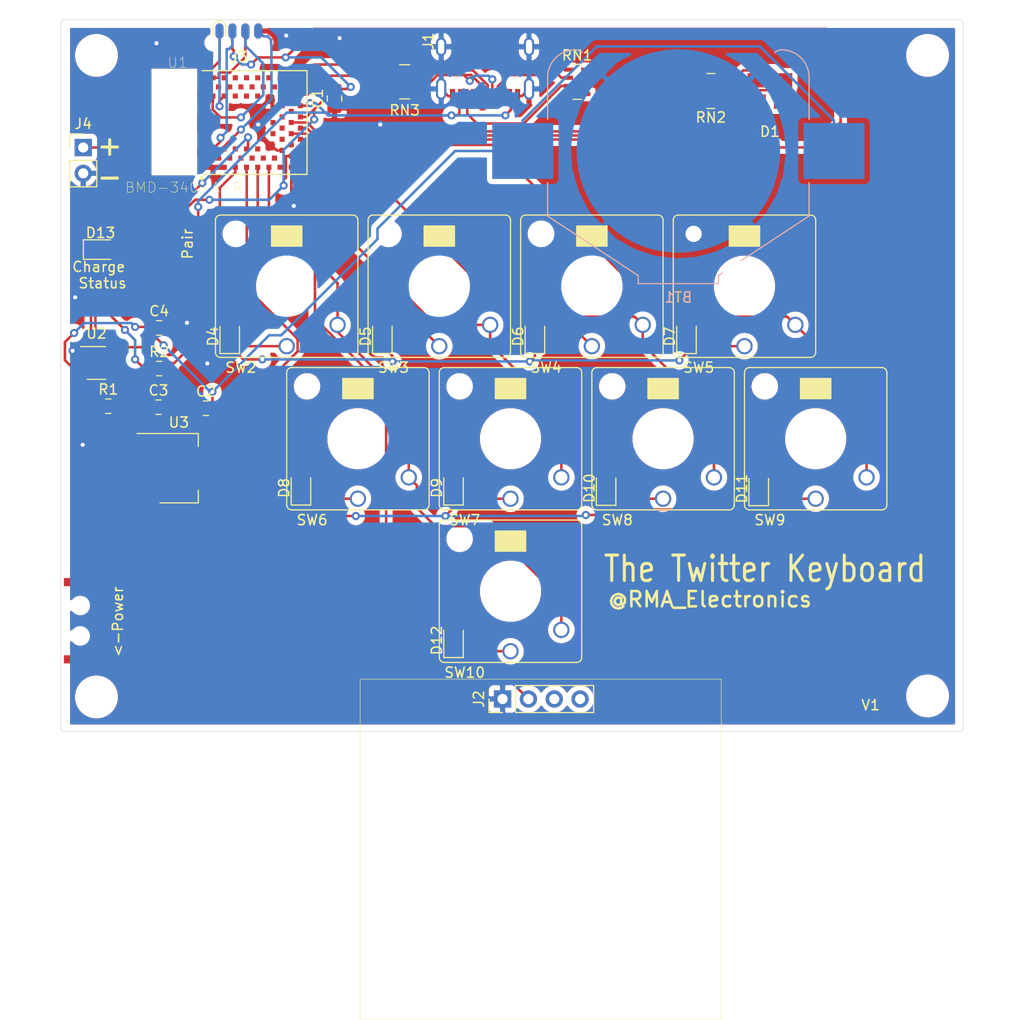
<source format=kicad_pcb>
(kicad_pcb (version 20210228) (generator pcbnew)
  (layers (0 "F.Cu" signal) (31 "B.Cu" signal) (34 "B.Paste" user) (35 "F.Paste" user) (36 "B.SilkS" user "B.Silkscreen") (37 "F.SilkS" user "F.Silkscreen") (38 "B.Mask" user) (39 "F.Mask" user) (44 "Edge.Cuts" user))
  (net 0 "")
  (net 1 "VDDA")
  (net 2 "VSS")
  (net 3 "VCC")
  (net 4 "Net-(C3-Pad2)")
  (net 5 "Net-(D1-Pad2)")
  (net 6 "Net-(D1-Pad1)")
  (net 7 "Net-(D1-Pad3)")
  (net 8 "PairLED")
  (net 9 "R1")
  (net 10 "Net-(D4-Pad2)")
  (net 11 "Net-(D5-Pad2)")
  (net 12 "Net-(D6-Pad2)")
  (net 13 "Net-(D7-Pad2)")
  (net 14 "R2")
  (net 15 "Net-(D8-Pad2)")
  (net 16 "Net-(D9-Pad2)")
  (net 17 "Net-(D10-Pad2)")
  (net 18 "Net-(D11-Pad2)")
  (net 19 "Net-(D12-Pad2)")
  (net 20 "R3")
  (net 21 "Net-(D13-Pad1)")
  (net 22 "Net-(D13-Pad2)")
  (net 23 "D-")
  (net 24 "D+")
  (net 25 "Net-(J1-PadB8)")
  (net 26 "Net-(J1-PadA5)")
  (net 27 "Net-(J1-PadB5)")
  (net 28 "Net-(J1-PadA8)")
  (net 29 "+5V")
  (net 30 "SCL")
  (net 31 "SDA")
  (net 32 "SWDIO")
  (net 33 "SWCLK")
  (net 34 "P1.06")
  (net 35 "P1.04")
  (net 36 "P1.05")
  (net 37 "P1.03")
  (net 38 "Net-(Power->1-Pad3)")
  (net 39 "Net-(R1-Pad2)")
  (net 40 "Net-(RN1-Pad5)")
  (net 41 "Net-(RN1-Pad8)")
  (net 42 "Net-(RN1-Pad4)")
  (net 43 "Net-(RN1-Pad1)")
  (net 44 "Blue")
  (net 45 "Green")
  (net 46 "Red")
  (net 47 "Net-(RN3-Pad3)")
  (net 48 "Net-(RN3-Pad4)")
  (net 49 "Net-(RN3-Pad7)")
  (net 50 "Net-(RN3-Pad8)")
  (net 51 "Net-(RN3-Pad6)")
  (net 52 "Net-(RN3-Pad5)")
  (net 53 "PairButton")
  (net 54 "C1")
  (net 55 "C2")
  (net 56 "C3")
  (net 57 "C4")
  (net 58 "Net-(U1-Pad6)")
  (net 59 "Net-(U1-Pad8)")
  (net 60 "Net-(U1-Pad10)")
  (net 61 "Net-(U1-Pad12)")
  (net 62 "Net-(U1-Pad15)")
  (net 63 "Net-(U1-Pad22)")
  (net 64 "Net-(U1-Pad25)")
  (net 65 "Net-(U1-Pad26)")
  (net 66 "Net-(U1-Pad28)")
  (net 67 "Net-(U1-Pad31)")
  (net 68 "Net-(U1-Pad32)")
  (net 69 "Net-(U1-Pad33)")
  (net 70 "Net-(U1-Pad34)")
  (net 71 "Net-(U1-Pad35)")
  (net 72 "Net-(U1-Pad36)")
  (net 73 "Net-(U1-Pad37)")
  (net 74 "Net-(U1-Pad38)")
  (net 75 "Net-(U1-Pad39)")
  (net 76 "Net-(U1-Pad40)")
  (net 77 "Net-(U1-Pad41)")
  (net 78 "Net-(U1-Pad42)")
  (net 79 "Net-(U1-Pad53)")
  (net 80 "Net-(U1-Pad54)")
  (net 81 "Net-(RN2-Pad4)")
  (net 82 "Net-(RN2-Pad5)")
  (net 83 "Net-(U1-Pad14)")
  (net 84 "Net-(U1-Pad19)")
  (net 85 "Net-(U1-Pad20)")
  (net 86 "Net-(U1-Pad50)")
  (net 87 "Net-(U1-Pad24)")
  (net 88 "Net-(U1-Pad27)")
  (net 89 "Net-(U1-Pad56)")
  (net 90 "Net-(U1-Pad57)")
  (net 91 "Net-(U1-Pad58)")
  (footprint "Capacitor_SMD:C_0805_2012Metric" (layer "F.Cu") (at 114 48.4375 90)
    (fp_text reference "C1")
    (fp_text value "4.7uF")
  )
  (footprint "Capacitor_SMD:C_0805_2012Metric" (layer "F.Cu") (at 101.3625 78.9)
    (fp_text reference "C2")
    (fp_text value "1uF")
  )
  (footprint "Capacitor_SMD:C_0805_2012Metric" (layer "F.Cu") (at 96.7 78.8)
    (fp_text reference "C3")
    (fp_text value "1uF")
  )
  (footprint "Capacitor_SMD:C_0805_2012Metric" (layer "F.Cu") (at 96.7625 71)
    (fp_text reference "C4")
    (fp_text value "10uF")
  )
  (footprint "Dragos:EKINGLUX-E6" (layer "F.Cu") (at 156.8 47.7)
    (fp_text reference "D1")
    (fp_text value "LED_BGRA")
  )
  (footprint "Diode_SMD:D_0805_2012Metric" (layer "F.Cu") (at 103.7 71.8375 90)
    (fp_text reference "D4")
    (fp_text value "D")
  )
  (footprint "Diode_SMD:D_0805_2012Metric" (layer "F.Cu") (at 118.7 71.8375 90)
    (fp_text reference "D5")
    (fp_text value "D")
  )
  (footprint "Diode_SMD:D_0805_2012Metric" (layer "F.Cu") (at 133.7 71.8375 90)
    (fp_text reference "D6")
    (fp_text value "D")
  )
  (footprint "Diode_SMD:D_0805_2012Metric" (layer "F.Cu") (at 110.7 86.7375 90)
    (fp_text reference "D8")
    (fp_text value "D")
  )
  (footprint "Diode_SMD:D_0805_2012Metric" (layer "F.Cu") (at 125.7 86.7375 90)
    (fp_text reference "D9")
    (fp_text value "D")
  )
  (footprint "Diode_SMD:D_0805_2012Metric" (layer "F.Cu") (at 140.7 86.7625 90)
    (fp_text reference "D10")
    (fp_text value "D")
  )
  (footprint "Diode_SMD:D_0805_2012Metric" (layer "F.Cu") (at 155.7 86.8 90)
    (fp_text reference "D11")
    (fp_text value "D")
  )
  (footprint "Diode_SMD:D_0805_2012Metric" (layer "F.Cu") (at 125.7 101.7375 90)
    (fp_text reference "D12")
    (fp_text value "D")
  )
  (footprint "LED_SMD:LED_0805_2012Metric" (layer "F.Cu") (at 91 63.3)
    (fp_text reference "D13")
    (fp_text value "LED_Small")
  )
  (footprint "Dragos:Oled" (layer "F.Cu") (at 134.27 107.55)
    (fp_text reference "J2")
    (fp_text value "Oled")
  )
  (footprint "BreadBoardPwr:SK-3296S_switch" (layer "F.Cu") (at 89 99.8 90)
    (fp_text reference "<-Power")
    (fp_text value "SW3")
  )
  (footprint "Resistor_SMD:R_0805_2012Metric" (layer "F.Cu") (at 91.7625 78.7)
    (fp_text reference "R1")
    (fp_text value "R_Small")
  )
  (footprint "Resistor_SMD:R_0805_2012Metric" (layer "F.Cu") (at 96.7625 75)
    (fp_text reference "R2")
    (fp_text value "1k")
  )
  (footprint "Resistor_SMD:R_Array_Concave_4x0603" (layer "F.Cu") (at 137.85 46.8)
    (fp_text reference "RN1")
    (fp_text value "10k")
  )
  (footprint "Resistor_SMD:R_Array_Concave_4x0603" (layer "F.Cu") (at 151 47.7 180)
    (fp_text reference "RN2")
    (fp_text value "R_Pack04")
  )
  (footprint "Resistor_SMD:R_Array_Convex_4x0603" (layer "F.Cu") (at 120.9 46.8 180)
    (fp_text reference "RN3")
    (fp_text value "27ohm")
  )
  (footprint "Dragos:1TS002E-2500-2500-CT-HYP-Button" (layer "F.Cu") (at 97.8 62.7 90)
    (fp_text reference "Pair")
    (fp_text value "SW_Push")
  )
  (footprint "MechanicalKeyboard:KailhChocolateV2" (layer "F.Cu") (at 109.3 66.9)
    (fp_text reference "SW2")
    (fp_text value "Switch")
  )
  (footprint "MechanicalKeyboard:KailhChocolateV2" (layer "F.Cu") (at 124.3 66.9)
    (fp_text reference "SW3")
    (fp_text value "Switch")
  )
  (footprint "MechanicalKeyboard:KailhChocolateV2" (layer "F.Cu") (at 139.3 66.9)
    (fp_text reference "SW4")
    (fp_text value "Switch")
  )
  (footprint "MechanicalKeyboard:KailhChocolateV2" (layer "F.Cu") (at 154.3 66.9)
    (fp_text reference "SW5")
    (fp_text value "Switch")
  )
  (footprint "MechanicalKeyboard:KailhChocolateV2" (layer "F.Cu") (at 116.3 81.9)
    (fp_text reference "SW6")
    (fp_text value "Switch")
  )
  (footprint "MechanicalKeyboard:KailhChocolateV2" (layer "F.Cu") (at 131.3 81.9)
    (fp_text reference "SW7")
    (fp_text value "Switch")
  )
  (footprint "MechanicalKeyboard:KailhChocolateV2" (layer "F.Cu") (at 146.3 81.9)
    (fp_text reference "SW8")
    (fp_text value "Switch")
  )
  (footprint "MechanicalKeyboard:KailhChocolateV2" (layer "F.Cu") (at 161.3 81.9)
    (fp_text reference "SW9")
    (fp_text value "Switch")
  )
  (footprint "MechanicalKeyboard:KailhChocolateV2" (layer "F.Cu") (at 131.3 96.9)
    (fp_text reference "SW10")
    (fp_text value "Switch")
  )
  (footprint "Package_TO_SOT_SMD:SOT-23-5" (layer "F.Cu") (at 90.6 74.45)
    (fp_text reference "U2")
    (fp_text value "HX4055M")
  )
  (footprint "Package_TO_SOT_SMD:SOT-223-3_TabPin2" (layer "F.Cu") (at 98.7 84.8)
    (fp_text reference "U3")
    (fp_text value "TLV1117-33")
  )
  (footprint "MechanicalKeyboard:SOIC_clipProgSmall" (layer "F.Cu") (at 104.6 41.05 180)
    (fp_text reference "J3")
    (fp_text value "Prog")
  )
  (footprint "Diode_SMD:D_0805_2012Metric" (layer "F.Cu") (at 148.6 71.8375 90)
    (fp_text reference "D7")
    (fp_text value "D")
  )
  (footprint "Tests:USB_C_Receptical-Jing" (layer "F.Cu") (at 128.8 47.5 180)
    (fp_text reference "J1")
    (fp_text value "USB_C_Receptacle")
  )
  (footprint "Dragos:RIGADO_BMD-340-A-R" (layer "F.Cu") (at 103.8 50.8)
    (fp_text reference "U1")
    (fp_text value "BMD-340-A-R")
  )
  (footprint "NFCBuisness:W" (layer "F.Cu") (at 96.8 108)
    (fp_text reference "Ref**" hide)
    (fp_text value "Val**" hide)
  )
  (footprint "MountingHole:MountingHole_3.2mm_M3" (layer "F.Cu") (at 172.3 107.2)
    (fp_text reference "REF**" hide)
    (fp_text value "MountingHole_3.2mm_M3")
  )
  (footprint "MountingHole:MountingHole_3.2mm_M3" (layer "F.Cu") (at 172.3 44.2)
    (fp_text reference "REF**" hide)
    (fp_text value "MountingHole_3.2mm_M3")
  )
  (footprint "MountingHole:MountingHole_3.2mm_M3" (layer "F.Cu") (at 90.6 44.2)
    (fp_text reference "REF**" hide)
    (fp_text value "MountingHole_3.2mm_M3")
  )
  (footprint "Connector_PinHeader_2.54mm:PinHeader_1x02_P2.54mm_Vertical" (layer "F.Cu") (at 89.3 53.26)
    (fp_text reference "J4")
    (fp_text value "PwrLeft")
  )
  (footprint "MountingHole:MountingHole_3.2mm_M3" (layer "F.Cu") (at 90.6 107.3)
    (fp_text reference "REF**" hide)
    (fp_text value "MountingHole_3.2mm_M3")
  )
  (footprint "Battery:BatteryHolder_Keystone_3008_1x2450" (layer "B.Cu") (at 147.8 53.6)
    (fp_text reference "BT1")
    (fp_text value "LIR2450")
  )
  (gr_arc (start 175.5 41) (end 175.8 41) (angle -90) (layer "Edge.Cuts") (width 0.05))
  (gr_arc (start 175.5 110.4) (end 175.5 110.7) (angle -90) (layer "Edge.Cuts") (width 0.05))
  (gr_arc (start 87.4 110.4) (end 87.1 110.4) (angle -90) (layer "Edge.Cuts") (width 0.05))
  (gr_line (start 87.1 110.4) (end 87.1 41) (layer "Edge.Cuts") (width 0.05))
  (gr_line (start 175.5 110.7) (end 87.4 110.7) (layer "Edge.Cuts") (width 0.05))
  (gr_arc (start 87.4 41) (end 87.4 40.7) (angle -90) (layer "Edge.Cuts") (width 0.05))
  (gr_line (start 175.8 41) (end 175.8 110.4) (layer "Edge.Cuts") (width 0.05))
  (gr_line (start 87.4 40.7) (end 175.5 40.7) (layer "Edge.Cuts") (width 0.05))
  (gr_text "+\n-\n" (at 91.9 54.6) (layer "F.SilkS") (effects (font (size 1.9 2) (thickness 0.3))))
  (gr_text "Charge \nStatus" (at 91.2 65.8) (layer "F.SilkS") (effects (font (size 1 1))))
  (gr_text "@RMA_Electronics" (at 150.9 97.7) (layer "F.SilkS") (effects (font (size 1.5 1.5) (thickness 0.25))))
  (gr_text "The Twitter Keyboard" (at 156.3 94.7) (layer "F.SilkS") (effects (font (size 2.5 2) (thickness 0.3))))
  (gr_text "V1" (at 166.7 108.1) (layer "F.SilkS") (effects (font (size 1 1))))
  (segment (start 102 78.6) (end 102.3 78.9) (width 0.25) (layer "F.Cu") (net 1))
  (segment (start 95.725 70.9) (end 95.825 71) (width 0.25) (layer "F.Cu") (net 1))
  (segment (start 102 77.3) (end 102 78.6) (width 0.25) (layer "F.Cu") (net 1))
  (segment (start 87.5 74.18) (end 87.5 72.4) (width 0.25) (layer "F.Cu") (net 1))
  (segment (start 95.825 71.325) (end 97.2 72.7) (width 0.25) (layer "F.Cu") (net 1))
  (segment (start 103.125001 86.920001) (end 103.125001 79.725001) (width 0.25) (layer "F.Cu") (net 1))
  (segment (start 89.5 75.4) (end 88.72 75.4) (width 0.25) (layer "F.Cu") (net 1))
  (segment (start 95.825 71) (end 95.825 71.325) (width 0.25) (layer "F.Cu") (net 1))
  (segment (start 102.945002 87.1) (end 103.125001 86.920001) (width 0.25) (layer "F.Cu") (net 1))
  (segment (start 95.55 87.1) (end 102.945002 87.1) (width 0.25) (layer "F.Cu") (net 1))
  (segment (start 103.125001 79.725001) (end 102.785527 79.385527) (width 0.25) (layer "F.Cu") (net 1))
  (segment (start 94.4 70.9) (end 95.725 70.9) (width 0.25) (layer "F.Cu") (net 1))
  (segment (start 102.785527 79.385527) (end 102.3 78.9) (width 0.25) (layer "F.Cu") (net 1))
  (segment (start 87.5 72.4) (end 88.4 71.5) (width 0.25) (layer "F.Cu") (net 1))
  (segment (start 88.72 75.4) (end 87.5 74.18) (width 0.25) (layer "F.Cu") (net 1))
  (via (at 97.2 72.7) (size 0.8) (drill 0.4) (layers "F.Cu" "B.Cu") (net 1))
  (via (at 102 77.3) (size 0.8) (drill 0.4) (layers "F.Cu" "B.Cu") (net 1))
  (via (at 94.4 70.9) (size 0.8) (drill 0.4) (layers "F.Cu" "B.Cu") (net 1))
  (via (at 88.4 71.5) (size 0.8) (drill 0.4) (layers "F.Cu" "B.Cu") (net 1))
  (segment (start 118.224999 61.233999) (end 125.858998 53.6) (width 0.25) (layer "B.Cu") (net 1))
  (segment (start 89.2 70.7) (end 89.375001 70.524999) (width 0.25) (layer "B.Cu") (net 1))
  (segment (start 132.5 50.6) (end 139.775001 43.324999) (width 0.25) (layer "B.Cu") (net 1))
  (segment (start 125.858998 53.6) (end 129.25 53.6) (width 0.25) (layer "B.Cu") (net 1))
  (segment (start 155.824999 43.324999) (end 163.1 50.6) (width 0.25) (layer "B.Cu") (net 1))
  (segment (start 101.8 77.3) (end 102 77.3) (width 0.25) (layer "B.Cu") (net 1))
  (segment (start 132.5 53.6) (end 132.5 50.6) (width 0.25) (layer "B.Cu") (net 1))
  (segment (start 118.224999 62.266001) (end 118.224999 61.233999) (width 0.25) (layer "B.Cu") (net 1))
  (segment (start 107.575001 71.724999) (end 108.766001 71.724999) (width 0.25) (layer "B.Cu") (net 1))
  (segment (start 94.024999 70.524999) (end 94.4 70.9) (width 0.25) (layer "B.Cu") (net 1))
  (segment (start 139.775001 43.324999) (end 155.824999 43.324999) (width 0.25) (layer "B.Cu") (net 1))
  (segment (start 97.2 72.7) (end 101.8 77.3) (width 0.25) (layer "B.Cu") (net 1))
  (segment (start 108.766001 71.724999) (end 118.224999 62.266001) (width 0.25) (layer "B.Cu") (net 1))
  (segment (start 89.375001 70.524999) (end 94.024999 70.524999) (width 0.25) (layer "B.Cu") (net 1))
  (segment (start 163.1 50.6) (end 163.1 53.6) (width 0.25) (layer "B.Cu") (net 1))
  (segment (start 88.4 71.5) (end 89.2 70.7) (width 0.25) (layer "B.Cu") (net 1))
  (segment (start 129.25 53.6) (end 132.5 53.6) (width 0.25) (layer "B.Cu") (net 1))
  (segment (start 102 77.3) (end 107.575001 71.724999) (width 0.25) (layer "B.Cu") (net 1))
  (segment (start 100.95 44.95) (end 99 43) (width 0.25) (layer "F.Cu") (net 2))
  (segment (start 106.5 51) (end 106.899999 51.399999) (width 0.25) (layer "F.Cu") (net 2))
  (segment (start 100.95 46.4) (end 100.95 49.15) (width 0.25) (layer "F.Cu") (net 2))
  (segment (start 109.75 58.75) (end 110 59) (width 0.25) (layer "F.Cu") (net 2))
  (segment (start 99 43) (end 96.5 43) (width 0.25) (layer "F.Cu") (net 2))
  (segment (start 100.95 53.75) (end 101.5 54.3) (width 0.25) (layer "F.Cu") (net 2))
  (segment (start 140.05 47.2) (end 140.25 47) (width 0.25) (layer "F.Cu") (net 2))
  (segment (start 88.25 73.815685) (end 88.25 73.25) (width 0.25) (layer "F.Cu") (net 2))
  (segment (start 101.5 54.65) (end 100.95 55.2) (width 0.25) (layer "F.Cu") (net 2))
  (segment (start 101.5 54.3) (end 102.6 54.3) (width 0.25) (layer "F.Cu") (net 2))
  (segment (start 140.25 47) (end 139.65 46.4) (width 0.25) (layer "F.Cu") (net 2))
  (segment (start 88.72 74.45) (end 88.25 73.98) (width 0.25) (layer "F.Cu") (net 2))
  (segment (start 109.75 55.2) (end 109.75 58.75) (width 0.25) (layer "F.Cu") (net 2))
  (segment (start 132.42 48.2) (end 133.12 47.5) (width 0.25) (layer "F.Cu") (net 2))
  (segment (start 139.65 46.4) (end 138.7 46.4) (width 0.25) (layer "F.Cu") (net 2))
  (segment (start 88.25 73.98) (end 88.25 73.815685) (width 0.25) (layer "F.Cu") (net 2))
  (segment (start 131.875 48.2) (end 132.42 48.2) (width 0.25) (layer "F.Cu") (net 2))
  (segment (start 125.18 48.2) (end 124.48 47.5) (width 0.25) (layer "F.Cu") (net 2))
  (segment (start 108.35 53.55) (end 108.85 53.55) (width 0.25) (layer "F.Cu") (net 2))
  (segment (start 138.7 47.2) (end 140.05 47.2) (width 0.25) (layer "F.Cu") (net 2))
  (segment (start 89.5 74.45) (end 88.72 74.45) (width 0.25) (layer "F.Cu") (net 2))
  (segment (start 101.5 54.65) (end 102.05 55.2) (width 0.25) (layer "F.Cu") (net 2))
  (segment (start 100.95 46.4) (end 100.95 44.95) (width 0.25) (layer "F.Cu") (net 2))
  (segment (start 106.899999 52.099999) (end 108.35 53.55) (width 0.25) (layer "F.Cu") (net 2))
  (segment (start 125.725 48.2) (end 125.18 48.2) (width 0.25) (layer "F.Cu") (net 2))
  (segment (start 106.899999 51.399999) (end 106.899999 52.099999) (width 0.25) (layer "F.Cu") (net 2))
  (segment (start 101.5 54.3) (end 101.5 54.65) (width 0.25) (layer "F.Cu") (net 2))
  (segment (start 100.95 52.45) (end 100.95 53.75) (width 0.25) (layer "F.Cu") (net 2))
  (via (at 118.5 51) (size 0.8) (drill 0.4) (layers "F.Cu" "B.Cu") (net 2))
  (via (at 114.5 42.5) (size 0.8) (drill 0.4) (layers "F.Cu" "B.Cu") (net 2))
  (via (at 88.5 68) (size 0.8) (drill 0.4) (layers "F.Cu" "B.Cu") (net 2))
  (via (at 101.5 74.5) (size 0.8) (drill 0.4) (layers "F.Cu" "B.Cu") (net 2))
  (via (at 89.25 82.5) (size 0.8) (drill 0.4) (layers "F.Cu" "B.Cu") (net 2))
  (via (at 88.25 73.25) (size 0.8) (drill 0.4) (layers "F.Cu" "B.Cu") (net 2))
  (via (at 106.5 51) (size 0.8) (drill 0.4) (layers "F.Cu" "B.Cu") (net 2))
  (via (at 110 59) (size 0.8) (drill 0.4) (layers "F.Cu" "B.Cu") (net 2))
  (via (at 96.5 43) (size 0.8) (drill 0.4) (layers "F.Cu" "B.Cu") (net 2))
  (via (at 99.5 70.5) (size 0.8) (drill 0.4) (layers "F.Cu" "B.Cu") (net 2))
  (via (at 109.25 42.25) (size 0.8) (drill 0.4) (layers "F.Cu" "B.Cu") (net 2))
  (segment (start 161.25 53.25) (end 157.75 53.25) (width 0.25) (layer "F.Cu") (net 3))
  (segment (start 103.965 42.8) (end 103.965 41.8) (width 0.25) (layer "F.Cu") (net 3))
  (segment (start 91.125 102.05) (end 90.25 102.05) (width 0.25) (layer "F.Cu") (net 3))
  (segment (start 114 47.5) (end 112 49.5) (width 0.25) (layer "F.Cu") (net 3))
  (segment (start 109.224999 56.209316) (end 109.224999 54.125001) (width 0.25) (layer "F.Cu") (net 3))
  (segment (start 91.17499 62.62887) (end 91.47887 62.32499) (width 0.25) (layer "F.Cu") (net 3))
  (segment (start 90.279999 96.824999) (end 91.125 96.824999) (width 0.25) (layer "F.Cu") (net 3))
  (segment (start 106.5 44.4) (end 105.8 45.1) (width 0.25) (layer "F.Cu") (net 3))
  (segment (start 92.5 58.448982) (end 92.5 54.6) (width 0.25) (layer "F.Cu") (net 3))
  (segment (start 112 41.6) (end 162.35 41.6) (width 0.25) (layer "F.Cu") (net 3))
  (segment (start 104.1 43.734315) (end 103.965 43.599315) (width 0.25) (layer "F.Cu") (net 3))
  (segment (start 157.75 53.25) (end 155.5 51) (width 0.25) (layer "F.Cu") (net 3))
  (segment (start 92.5 58.448982) (end 96.376008 62.32499) (width 0.25) (layer "F.Cu") (net 3))
  (segment (start 133.06 107.5) (end 130.46 104.9) (width 0.25) (layer "F.Cu") (net 3))
  (segment (start 90.494989 64.651131) (end 91.17499 63.97113) (width 0.25) (layer "F.Cu") (net 3))
  (segment (start 112 49.5) (end 112 50.5) (width 0.25) (layer "F.Cu") (net 3))
  (segment (start 104.1 44.3) (end 104.1 43.734315) (width 0.25) (layer "F.Cu") (net 3))
  (segment (start 111.25 50.25) (end 110.65 50.25) (width 0.25) (layer "F.Cu") (net 3))
  (segment (start 109 56.434315) (end 109.224999 56.209316) (width 0.25) (layer "F.Cu") (net 3))
  (segment (start 91.16 53.26) (end 89.3 53.26) (width 0.25) (layer "F.Cu") (net 3))
  (segment (start 91.47887 62.32499) (end 96.376008 62.32499) (width 0.25) (layer "F.Cu") (net 3))
  (segment (start 109 57) (end 109 56.434315) (width 0.25) (layer "F.Cu") (net 3))
  (segment (start 162.35 41.6) (end 163.75 43) (width 0.25) (layer "F.Cu") (net 3))
  (segment (start 112 49.5) (end 111.25 50.25) (width 0.25) (layer "F.Cu") (net 3))
  (segment (start 91.125 96.824999) (end 91.58751 96.362489) (width 0.25) (layer "F.Cu") (net 3))
  (segment (start 109.25 54.1) (end 109.75 54.1) (width 0.25) (layer "F.Cu") (net 3))
  (segment (start 130.46 104.9) (end 100.7 104.9) (width 0.25) (layer "F.Cu") (net 3))
  (segment (start 155.5 51) (end 155.5 48.75) (width 0.25) (layer "F.Cu") (net 3))
  (segment (start 91.58751 96.362489) (end 91.58751 76.633209) (width 0.25) (layer "F.Cu") (net 3))
  (segment (start 109.2 44.4) (end 112 41.6) (width 0.25) (layer "F.Cu") (net 3))
  (segment (start 103.965 43.599315) (end 103.965 42.8) (width 0.25) (layer "F.Cu") (net 3))
  (segment (start 96.376008 62.32499) (end 100.300998 58.4) (width 0.25) (layer "F.Cu") (net 3))
  (segment (start 109.2 44.4) (end 106.5 44.4) (width 0.25) (layer "F.Cu") (net 3))
  (segment (start 90.25 102.05) (end 90.224999 102.024999) (width 0.25) (layer "F.Cu") (net 3))
  (segment (start 100.7 104.9) (end 97.8 102) (width 0.25) (layer "F.Cu") (net 3))
  (segment (start 90.224999 102.024999) (end 90.224999 96.879999) (width 0.25) (layer "F.Cu") (net 3))
  (segment (start 90.224999 96.879999) (end 90.279999 96.824999) (width 0.25) (layer "F.Cu") (net 3))
  (segment (start 115.4 47.5) (end 115.6 47.3) (width 0.25) (layer "F.Cu") (net 3))
  (segment (start 91.175 102) (end 91.125 102.05) (width 0.25) (layer "F.Cu") (net 3))
  (segment (start 163.75 50.75) (end 161.25 53.25) (width 0.25) (layer "F.Cu") (net 3))
  (segment (start 90.494989 75.540688) (end 90.494989 64.651131) (width 0.25) (layer "F.Cu") (net 3))
  (segment (start 100.300998 58.4) (end 101.7 58.4) (width 0.25) (layer "F.Cu") (net 3))
  (segment (start 92.5 54.6) (end 91.16 53.26) (width 0.25) (layer "F.Cu") (net 3))
  (segment (start 109.224999 54.125001) (end 109.25 54.1) (width 0.25) (layer "F.Cu") (net 3))
  (segment (start 163.75 43) (end 163.75 50.75) (width 0.25) (layer "F.Cu") (net 3))
  (segment (start 97.8 102) (end 91.175 102) (width 0.25) (layer "F.Cu") (net 3))
  (segment (start 91.17499 63.97113) (end 91.17499 62.62887) (width 0.25) (layer "F.Cu") (net 3))
  (segment (start 114 47.5) (end 115.4 47.5) (width 0.25) (layer "F.Cu") (net 3))
  (segment (start 91.58751 76.633209) (end 90.494989 75.540688) (width 0.25) (layer "F.Cu") (net 3))
  (via (at 101.7 58.4) (size 0.8) (drill 0.4) (layers "F.Cu" "B.Cu") (net 3))
  (via (at 105.8 45.1) (size 0.8) (drill 0.4) (layers "F.Cu" "B.Cu") (net 3))
  (via (at 104.1 44.3) (size 0.8) (drill 0.4) (layers "F.Cu" "B.Cu") (net 3))
  (via (at 109 57) (size 0.8) (drill 0.4) (layers "F.Cu" "B.Cu") (net 3))
  (via (at 109.2 44.4) (size 0.8) (drill 0.4) (layers "F.Cu" "B.Cu") (net 3))
  (via (at 115.6 47.3) (size 0.8) (drill 0.4) (layers "F.Cu" "B.Cu") (net 3))
  (via (at 112 50.5) (size 0.8) (drill 0.4) (layers "F.Cu" "B.Cu") (net 3))
  (segment (start 109 57) (end 109 53.5) (width 0.25) (layer "B.Cu") (net 3))
  (segment (start 112.7 44.4) (end 109.2 44.4) (width 0.25) (layer "B.Cu") (net 3))
  (segment (start 101.7 58.4) (end 107.6 58.4) (width 0.25) (layer "B.Cu") (net 3))
  (segment (start 111.600001 50.899999) (end 112 50.5) (width 0.25) (layer "B.Cu") (net 3))
  (segment (start 107.6 58.4) (end 109 57) (width 0.25) (layer "B.Cu") (net 3))
  (segment (start 105.8 45.1) (end 104.9 45.1) (width 0.25) (layer "B.Cu") (net 3))
  (segment (start 115.6 47.3) (end 112.7 44.4) (width 0.25) (layer "B.Cu") (net 3))
  (segment (start 109 53.5) (end 111.600001 50.899999) (width 0.25) (layer "B.Cu") (net 3))
  (segment (start 104.9 45.1) (end 104.1 44.3) (width 0.25) (layer "B.Cu") (net 3))
  (segment (start 97.6375 79.5) (end 97.6375 78.8) (width 0.25) (layer "F.Cu") (net 4))
  (segment (start 94.3 84.8) (end 95.55 84.8) (width 0.25) (layer "F.Cu") (net 4))
  (segment (start 93.3 99.25) (end 93.3 85.8) (width 0.25) (layer "F.Cu") (net 4))
  (segment (start 92 100.55) (end 93.3 99.25) (width 0.25) (layer "F.Cu") (net 4))
  (segment (start 95.55 84.8) (end 96.8 84.8) (width 0.25) (layer "F.Cu") (net 4))
  (segment (start 97.6375 83.9625) (end 97.7 83.8) (width 0.25) (layer "F.Cu") (net 4))
  (segment (start 91.125 100.55) (end 92 100.55) (width 0.25) (layer "F.Cu") (net 4))
  (segment (start 97.7 83.8) (end 97.6375 79.5) (width 0.25) (layer "F.Cu") (net 4))
  (segment (start 101.85 84.8) (end 98.7 84.8) (width 0.25) (layer "F.Cu") (net 4))
  (segment (start 93.3 85.8) (end 94.3 84.8) (width 0.25) (layer "F.Cu") (net 4))
  (segment (start 98.7 84.8) (end 97.7 83.8) (width 0.25) (layer "F.Cu") (net 4))
  (segment (start 96.8 84.8) (end 97.6375 83.9625) (width 0.25) (layer "F.Cu") (net 4))
  (segment (start 152.640698 47.775001) (end 153.765698 46.65) (width 0.25) (layer "F.Cu") (net 5))
  (segment (start 152.174999 47.775001) (end 152.640698 47.775001) (width 0.25) (layer "F.Cu") (net 5))
  (segment (start 155.3 46.65) (end 155.5 46.65) (width 0.25) (layer "F.Cu") (net 5))
  (segment (start 153.765698 46.65) (end 155.5 46.65) (width 0.25) (layer "F.Cu") (net 5))
  (segment (start 151.85 48.1) (end 152.174999 47.775001) (width 0.25) (layer "F.Cu") (net 5))
  (segment (start 152.55 47.3) (end 154.175001 45.674999) (width 0.25) (layer "F.Cu") (net 6))
  (segment (start 151.85 47.3) (end 152.55 47.3) (width 0.25) (layer "F.Cu") (net 6))
  (segment (start 157.124999 45.674999) (end 158.1 46.65) (width 0.25) (layer "F.Cu") (net 6))
  (segment (start 154.175001 45.674999) (end 157.124999 45.674999) (width 0.25) (layer "F.Cu") (net 6))
  (segment (start 153.254998 48.9) (end 154.529997 47.625001) (width 0.25) (layer "F.Cu") (net 7))
  (segment (start 154.529997 47.625001) (end 156.975001 47.625001) (width 0.25) (layer "F.Cu") (net 7))
  (segment (start 156.975001 47.625001) (end 158.1 48.75) (width 0.25) (layer "F.Cu") (net 7))
  (segment (start 151.85 48.9) (end 153.254998 48.9) (width 0.25) (layer "F.Cu") (net 7))
  (segment (start 102.72499 71.79999) (end 102.72499 57.22501) (width 0.25) (layer "F.Cu") (net 9))
  (segment (start 105.025 74.1) (end 106.9 74.1) (width 0.25) (layer "F.Cu") (net 9))
  (segment (start 148.6 73.5) (end 147.9 74.2) (width 0.25) (layer "F.Cu") (net 9))
  (segment (start 133.7 73.8) (end 133.2 74.3) (width 0.25) (layer "F.Cu") (net 9))
  (segment (start 103.7 72.775) (end 105.025 74.1) (width 0.25) (layer "F.Cu") (net 9))
  (segment (start 119.7 73.775) (end 118.7 72.775) (width 0.25) (layer "F.Cu") (net 9))
  (segment (start 119.7 74.3) (end 119.7 73.775) (width 0.25) (layer "F.Cu") (net 9))
  (segment (start 133.7 72.775) (end 133.7 73.8) (width 0.25) (layer "F.Cu") (net 9))
  (segment (start 102.72499 57.22501) (end 104.25 55.7) (width 0.25) (layer "F.Cu") (net 9))
  (segment (start 103.7 72.775) (end 102.72499 71.79999) (width 0.25) (layer "F.Cu") (net 9))
  (segment (start 148.6 72.775) (end 148.6 73.5) (width 0.25) (layer "F.Cu") (net 9))
  (segment (start 104.25 55.7) (end 104.25 55.2) (width 0.25) (layer "F.Cu") (net 9))
  (via (at 133.2 74.3) (size 0.8) (drill 0.4) (layers "F.Cu" "B.Cu") (net 9))
  (via (at 147.9 74.2) (size 0.8) (drill 0.4) (layers "F.Cu" "B.Cu") (net 9))
  (via (at 119.7 74.3) (size 0.8) (drill 0.4) (layers "F.Cu" "B.Cu") (net 9))
  (via (at 106.9 74.1) (size 0.8) (drill 0.4) (layers "F.Cu" "B.Cu") (net 9))
  (segment (start 147.9 74.2) (end 133.3 74.2) (width 0.25) (layer "B.Cu") (net 9))
  (segment (start 119.5 74.1) (end 119.7 74.3) (width 0.25) (layer "B.Cu") (net 9))
  (segment (start 119.7 74.3) (end 133.2 74.3) (width 0.25) (layer "B.Cu") (net 9))
  (segment (start 106.9 74.1) (end 119.5 74.1) (width 0.25) (layer "B.Cu") (net 9))
  (segment (start 133.3 74.2) (end 133.2 74.3) (width 0.25) (layer "B.Cu") (net 9))
  (segment (start 105.6 72.8) (end 103.7 70.9) (width 0.25) (layer "F.Cu") (net 10))
  (segment (start 109.3 72.8) (end 105.6 72.8) (width 0.25) (layer "F.Cu") (net 10))
  (segment (start 122.4 70.9) (end 118.7 70.9) (width 0.25) (layer "F.Cu") (net 11))
  (segment (start 124.3 72.8) (end 122.4 70.9) (width 0.25) (layer "F.Cu") (net 11))
  (segment (start 137.4 70.9) (end 134.4 70.9) (width 0.25) (layer "F.Cu") (net 12))
  (segment (start 139.3 72.8) (end 137.4 70.9) (width 0.25) (layer "F.Cu") (net 12))
  (segment (start 134.4 70.9) (end 133.7 70.9) (width 0.25) (layer "F.Cu") (net 12))
  (segment (start 154.3 72.8) (end 150.5 72.8) (width 0.25) (layer "F.Cu") (net 13))
  (segment (start 150.5 72.8) (end 148.6 70.9) (width 0.25) (layer "F.Cu") (net 13))
  (segment (start 110.375001 73.316001) (end 110.375001 72.082003) (width 0.25) (layer "F.Cu") (net 14))
  (segment (start 140.975001 88.875001) (end 154.562499 88.875001) (width 0.25) (layer "F.Cu") (net 14))
  (segment (start 139.9 89.4) (end 140.7 88.6) (width 0.25) (layer "F.Cu") (net 14))
  (segment (start 110.7 87.675) (end 112.525 89.5) (width 0.25) (layer "F.Cu") (net 14))
  (segment (start 110.7 87.675) (end 108.783999 85.758999) (width 0.25) (layer "F.Cu") (net 14))
  (segment (start 124.9 89.5) (end 125.5 88.9) (width 0.25) (layer "F.Cu") (net 14))
  (segment (start 125.5 88.9) (end 125.5 87.875) (width 0.25) (layer "F.Cu") (net 14))
  (segment (start 105.375001 67.082003) (end 105.375001 55.725001) (width 0.25) (layer "F.Cu") (net 14))
  (segment (start 112.525 89.5) (end 116.1 89.5) (width 0.25) (layer "F.Cu") (net 14))
  (segment (start 108.783999 74.907003) (end 110.375001 73.316001) (width 0.25) (layer "F.Cu") (net 14))
  (segment (start 110.375001 72.082003) (end 105.375001 67.082003) (width 0.25) (layer "F.Cu") (net 14))
  (segment (start 155.214473 88.223027) (end 155.7 87.7375) (width 0.25) (layer "F.Cu") (net 14))
  (segment (start 154.562499 88.875001) (end 155.214473 88.223027) (width 0.25) (layer "F.Cu") (net 14))
  (segment (start 105.35 55.7) (end 105.35 55.2) (width 0.25) (layer "F.Cu") (net 14))
  (segment (start 105.375001 55.725001) (end 105.35 55.7) (width 0.25) (layer "F.Cu") (net 14))
  (segment (start 140.7 88.6) (end 140.7 87.7) (width 0.25) (layer "F.Cu") (net 14))
  (segment (start 125.5 87.875) (end 125.7 87.675) (width 0.25) (layer "F.Cu") (net 14))
  (segment (start 108.783999 85.758999) (end 108.783999 74.907003) (width 0.25) (layer "F.Cu") (net 14))
  (segment (start 138.7 89.4) (end 139.9 89.4) (width 0.25) (layer "F.Cu") (net 14))
  (segment (start 140.7 88.6) (end 140.975001 88.875001) (width 0.25) (layer "F.Cu") (net 14))
  (via (at 124.9 89.5) (size 0.8) (drill 0.4) (layers "F.Cu" "B.Cu") (net 14))
  (via (at 138.7 89.4) (size 0.8) (drill 0.4) (layers "F.Cu" "B.Cu") (net 14))
  (via (at 116.1 89.5) (size 0.8) (drill 0.4) (layers "F.Cu" "B.Cu") (net 14))
  (segment (start 125.8 89.5) (end 124.9 89.5) (width 0.25) (layer "B.Cu") (net 14))
  (segment (start 125.8 89.5) (end 138.6 89.5) (width 0.25) (layer "B.Cu") (net 14))
  (segment (start 138.6 89.5) (end 138.7 89.4) (width 0.25) (layer "B.Cu") (net 14))
  (segment (start 116.1 89.5) (end 125.8 89.5) (width 0.25) (layer "B.Cu") (net 14))
  (segment (start 116.3 87.8) (end 112.7 87.8) (width 0.25) (layer "F.Cu") (net 15))
  (segment (start 112.7 87.8) (end 110.7 85.8) (width 0.25) (layer "F.Cu") (net 15))
  (segment (start 127.7 87.8) (end 125.7 85.8) (width 0.25) (layer "F.Cu") (net 16))
  (segment (start 131.3 87.8) (end 127.7 87.8) (width 0.25) (layer "F.Cu") (net 16))
  (segment (start 146.3 87.8) (end 142.675 87.8) (width 0.25) (layer "F.Cu") (net 17))
  (segment (start 142.675 87.8) (end 140.7 85.825) (width 0.25) (layer "F.Cu") (net 17))
  (segment (start 157.6375 87.8) (end 155.7 85.8625) (width 0.25) (layer "F.Cu") (net 18))
  (segment (start 161.3 87.8) (end 157.6375 87.8) (width 0.25) (layer "F.Cu") (net 18))
  (segment (start 131.3 102.8) (end 127.7 102.8) (width 0.25) (layer "F.Cu") (net 19))
  (segment (start 127.7 102.8) (end 125.7 100.8) (width 0.25) (layer "F.Cu") (net 19))
  (segment (start 106.45 55.7) (end 106.45 55.2) (width 0.25) (layer "F.Cu") (net 20))
  (segment (start 106.45 59.315698) (end 106.45 55.7) (width 0.25) (layer "F.Cu") (net 20))
  (segment (start 119.075001 96.750001) (end 119.075001 77.066003) (width 0.25) (layer "F.Cu") (net 20))
  (segment (start 119.075001 77.066003) (end 112.075001 70.066003) (width 0.25) (layer "F.Cu") (net 20))
  (segment (start 112.075001 64.940699) (end 106.45 59.315698) (width 0.25) (layer "F.Cu") (net 20))
  (segment (start 125 102.675) (end 119.075001 96.750001) (width 0.25) (layer "F.Cu") (net 20))
  (segment (start 112.075001 70.066003) (end 112.075001 64.940699) (width 0.25) (layer "F.Cu") (net 20))
  (segment (start 125.7 102.675) (end 125 102.675) (width 0.25) (layer "F.Cu") (net 20))
  (segment (start 90.0625 72.9375) (end 89.5 73.5) (width 0.25) (layer "F.Cu") (net 21))
  (segment (start 90.0625 63.3) (end 90.0625 72.9375) (width 0.25) (layer "F.Cu") (net 21))
  (segment (start 91.9375 69.7375) (end 93.4 71.2) (width 0.25) (layer "F.Cu") (net 22))
  (segment (start 91.9375 63.3) (end 91.9375 69.7375) (width 0.25) (layer "F.Cu") (net 22))
  (segment (start 95.3 75) (end 94.4 74.1) (width 0.25) (layer "F.Cu") (net 22))
  (segment (start 95.825 75) (end 95.3 75) (width 0.25) (layer "F.Cu") (net 22))
  (via (at 94.4 74.1) (size 0.8) (drill 0.4) (layers "F.Cu" "B.Cu") (net 22))
  (via (at 93.4 71.2) (size 0.8) (drill 0.4) (layers "F.Cu" "B.Cu") (net 22))
  (segment (start 93.4 71.2) (end 94.4 72.2) (width 0.25) (layer "B.Cu") (net 22))
  (segment (start 94.4 72.2) (end 94.4 74.1) (width 0.25) (layer "B.Cu") (net 22))
  (segment (start 127.42499 46.12499) (end 128.55 47.25) (width 0.25) (layer "F.Cu") (net 23))
  (segment (start 126.72499 46.12499) (end 127.42499 46.12499) (width 0.25) (layer "F.Cu") (net 23))
  (segment (start 128.55 47.25) (end 128.55 48.2) (width 0.25) (layer "F.Cu") (net 23))
  (segment (start 126.72499 46.12499) (end 127.3 46.7) (width 0.25) (layer "F.Cu") (net 23))
  (segment (start 129.511898 46.550182) (end 129.511898 48.161898) (width 0.25) (layer "F.Cu") (net 23))
  (segment (start 122.26326 48) (end 124.13827 46.12499) (width 0.25) (layer "F.Cu") (net 23))
  (segment (start 121.8 48) (end 122.26326 48) (width 0.25) (layer "F.Cu") (net 23))
  (segment (start 129.511898 48.161898) (end 129.55 48.2) (width 0.25) (layer "F.Cu") (net 23))
  (segment (start 124.13827 46.12499) (end 126.72499 46.12499) (width 0.25) (layer "F.Cu") (net 23))
  (via (at 129.511898 46.550182) (size 0.8) (drill 0.4) (layers "F.Cu" "B.Cu") (net 23))
  (via (at 127.3 46.7) (size 0.8) (drill 0.4) (layers "F.Cu" "B.Cu") (net 23))
  (segment (start 127.8 46.2) (end 129.161716 46.2) (width 0.25) (layer "B.Cu") (net 23))
  (segment (start 127.3 46.7) (end 127.8 46.2) (width 0.25) (layer "B.Cu") (net 23))
  (segment (start 129.161716 46.2) (end 129.511898 46.550182) (width 0.25) (layer "B.Cu") (net 23))
  (segment (start 128.4 49.5) (end 128.7 49.5) (width 0.25) (layer "F.Cu") (net 24))
  (segment (start 129.05 49.15) (end 129.05 48.2) (width 0.25) (layer "F.Cu") (net 24))
  (segment (start 123.95187 45.67498) (end 127.611391 45.674981) (width 0.25) (layer "F.Cu") (net 24))
  (segment (start 129.05 47.11359) (end 129.05 47.25) (width 0.25) (layer "F.Cu") (net 24))
  (segment (start 122.42685 47.2) (end 123.95187 45.67498) (width 0.25) (layer "F.Cu") (net 24))
  (segment (start 128.7 49.5) (end 129.05 49.15) (width 0.25) (layer "F.Cu") (net 24))
  (segment (start 127.611391 45.674981) (end 129.05 47.11359) (width 0.25) (layer "F.Cu") (net 24))
  (segment (start 128.05 49.15) (end 128.4 49.5) (width 0.25) (layer "F.Cu") (net 24))
  (segment (start 129.05 47.25) (end 129.05 48.2) (width 0.25) (layer "F.Cu") (net 24))
  (segment (start 128.05 48.2) (end 128.05 49.15) (width 0.25) (layer "F.Cu") (net 24))
  (segment (start 121.8 47.2) (end 122.42685 47.2) (width 0.25) (layer "F.Cu") (net 24))
  (segment (start 136.02499 46.12499) (end 131.17501 46.12499) (width 0.25) (layer "F.Cu") (net 26))
  (segment (start 137 46.4) (end 136.3 46.4) (width 0.25) (layer "F.Cu") (net 26))
  (segment (start 136.3 46.4) (end 136.02499 46.12499) (width 0.25) (layer "F.Cu") (net 26))
  (segment (start 131.17501 46.12499) (end 130.05 47.25) (width 0.25) (layer "F.Cu") (net 26))
  (segment (start 130.05 47.25) (end 130.05 48.2) (width 0.25) (layer "F.Cu") (net 26))
  (segment (start 127.05 49.95) (end 127.05 48.2) (width 0.25) (layer "F.Cu") (net 27))
  (segment (start 132.6 50.9) (end 128 50.9) (width 0.25) (layer "F.Cu") (net 27))
  (segment (start 136.3 47.2) (end 132.6 50.9) (width 0.25) (layer "F.Cu") (net 27))
  (segment (start 128 50.9) (end 127.05 49.95) (width 0.25) (layer "F.Cu") (net 27))
  (segment (start 137 47.2) (end 136.3 47.2) (width 0.25) (layer "F.Cu") (net 27))
  (segment (start 95.599999 72.899999) (end 97.214473 74.514473) (width 0.25) (layer "F.Cu") (net 29))
  (segment (start 110.65 49.15) (end 111.35 49.15) (width 0.25) (layer "F.Cu") (net 29))
  (segment (start 91.7 75.4) (end 90.92 75.4) (width 0.25) (layer "F.Cu") (net 29))
  (segment (start 126.065685 50.1) (end 126.275 49.890685) (width 0.25) (layer "F.Cu") (net 29))
  (segment (start 131.325 48.2) (end 131.325 49.575) (width 0.25) (layer "F.Cu") (net 29))
  (segment (start 97.7 75) (end 100.6 72.1) (width 0.25) (layer "F.Cu") (net 29))
  (segment (start 125.5 50.1) (end 126.065685 50.1) (width 0.25) (layer "F.Cu") (net 29))
  (segment (start 90.92 75.4) (end 90.894999 75.374999) (width 0.25) (layer "F.Cu") (net 29))
  (segment (start 126.275 49.15) (end 126.275 48.2) (width 0.25) (layer "F.Cu") (net 29))
  (segment (start 131.075 48.2) (end 131.325 48.2) (width 0.25) (layer "F.Cu") (net 29))
  (segment (start 111.35 49.15) (end 111.6 48.9) (width 0.25) (layer "F.Cu") (net 29))
  (segment (start 100.6 72.1) (end 100.6 59.1) (width 0.25) (layer "F.Cu") (net 29))
  (segment (start 90.949999 72.899999) (end 95.599999 72.899999) (width 0.25) (layer "F.Cu") (net 29))
  (segment (start 126.275 49.890685) (end 126.275 49.15) (width 0.25) (layer "F.Cu") (net 29))
  (segment (start 90.894999 72.954999) (end 90.949999 72.899999) (width 0.25) (layer "F.Cu") (net 29))
  (segment (start 131.325 49.575) (end 130.8 50.1) (width 0.25) (layer "F.Cu") (net 29))
  (segment (start 97.214473 74.514473) (end 97.7 75) (width 0.25) (layer "F.Cu") (net 29))
  (segment (start 126.275 48.2) (end 126.525 48.2) (width 0.25) (layer "F.Cu") (net 29))
  (segment (start 90.894999 75.374999) (end 90.894999 72.954999) (width 0.25) (layer "F.Cu") (net 29))
  (via (at 130.8 50.1) (size 0.8) (drill 0.4) (layers "F.Cu" "B.Cu") (net 29))
  (via (at 111.6 48.9) (size 0.8) (drill 0.4) (layers "F.Cu" "B.Cu") (net 29))
  (via (at 100.6 59.1) (size 0.8) (drill 0.4) (layers "F.Cu" "B.Cu") (net 29))
  (via (at 125.5 50.1) (size 0.8) (drill 0.4) (layers "F.Cu" "B.Cu") (net 29))
  (segment (start 109.309317 49.824998) (end 113.324998 49.824998) (width 0.25) (layer "B.Cu") (net 29))
  (segment (start 100.6 58.534315) (end 109.309317 49.824998) (width 0.25) (layer "B.Cu") (net 29))
  (segment (start 113.365685 50.1) (end 113.6 50.1) (width 0.25) (layer "B.Cu") (net 29))
  (segment (start 112.165685 48.9) (end 113.365685 50.1) (width 0.25) (layer "B.Cu") (net 29))
  (segment (start 130.8 50.1) (end 125.5 50.1) (width 0.25) (layer "B.Cu") (net 29))
  (segment (start 113.324998 49.824998) (end 113.6 50.1) (width 0.25) (layer "B.Cu") (net 29))
  (segment (start 100.6 59.1) (end 100.6 58.534315) (width 0.25) (layer "B.Cu") (net 29))
  (segment (start 111.6 48.9) (end 112.165685 48.9) (width 0.25) (layer "B.Cu") (net 29))
  (segment (start 113.6 50.1) (end 125.5 50.1) (width 0.25) (layer "B.Cu") (net 29))
  (segment (start 102.704999 41.809999) (end 102.695 41.8) (width 0.25) (layer "F.Cu") (net 32))
  (segment (start 102.695 41.8) (end 102.695 41.95) (width 0.25) (layer "F.Cu") (net 32))
  (segment (start 101.5 47.3) (end 101.5 45.954998) (width 0.25) (layer "F.Cu") (net 32))
  (segment (start 101.5 45.954998) (end 102.704999 44.749999) (width 0.25) (layer "F.Cu") (net 32))
  (segment (start 102.704999 44.749999) (end 102.704999 41.809999) (width 0.25) (layer "F.Cu") (net 32))
  (segment (start 105.235 44.365) (end 103.672501 45.927499) (width 0.25) (layer "F.Cu") (net 33))
  (segment (start 102.679999 45.874999) (end 102.624999 45.929999) (width 0.25) (layer "F.Cu") (net 33))
  (segment (start 102.624999 45.929999) (end 102.624999 46.4) (width 0.25) (layer "F.Cu") (net 33))
  (segment (start 102.624999 46.4) (end 102.05 46.4) (width 0.25) (layer "F.Cu") (net 33))
  (segment (start 103.672501 45.927499) (end 103.620001 45.874999) (width 0.25) (layer "F.Cu") (net 33))
  (segment (start 105.235 41.95) (end 105.235 44.365) (width 0.25) (layer "F.Cu") (net 33))
  (segment (start 103.620001 45.874999) (end 102.679999 45.874999) (width 0.25) (layer "F.Cu") (net 33))
  (segment (start 103.15 53.15) (end 103.15 53.4) (width 0.25) (layer "F.Cu") (net 34))
  (segment (start 104.8 51.5) (end 103.15 53.15) (width 0.25) (layer "F.Cu") (net 34))
  (via (at 104.8 51.5) (size 0.8) (drill 0.4) (layers "F.Cu" "B.Cu") (net 34))
  (segment (start 107.8 48.5) (end 104.8 51.5) (width 0.25) (layer "B.Cu") (net 34))
  (segment (start 107.034999 42.329999) (end 107.440001 42.329999) (width 0.25) (layer "B.Cu") (net 34))
  (segment (start 107.765001 42.654999) (end 107.765001 43.060001) (width 0.25) (layer "B.Cu") (net 34))
  (segment (start 107.765001 43.060001) (end 107.8 43.095) (width 0.25) (layer "B.Cu") (net 34))
  (segment (start 106.505 41.8) (end 107.034999 42.329999) (width 0.25) (layer "B.Cu") (net 34))
  (segment (start 107.440001 42.329999) (end 107.765001 42.654999) (width 0.25) (layer "B.Cu") (net 34))
  (segment (start 107.8 43.095) (end 107.8 48.5) (width 0.25) (layer "B.Cu") (net 34))
  (segment (start 102.024999 48.725001) (end 102.05 48.7) (width 0.25) (layer "F.Cu") (net 35))
  (segment (start 104.8 50.3) (end 102.800998 50.3) (width 0.25) (layer "F.Cu") (net 35))
  (segment (start 102.024999 49.524001) (end 102.024999 48.725001) (width 0.25) (layer "F.Cu") (net 35))
  (segment (start 102.05 48.7) (end 102.05 48.2) (width 0.25) (layer "F.Cu") (net 35))
  (segment (start 102.800998 50.3) (end 102.024999 49.524001) (width 0.25) (layer "F.Cu") (net 35))
  (via (at 104.8 50.3) (size 0.8) (drill 0.4) (layers "F.Cu" "B.Cu") (net 35))
  (segment (start 105.235 41.8) (end 105.5 42.065) (width 0.25) (layer "B.Cu") (net 35))
  (segment (start 105.5 42.399998) (end 105.244999 42.654999) (width 0.25) (layer "B.Cu") (net 35))
  (segment (start 105.244999 43.255001) (end 107 45.010002) (width 0.25) (layer "B.Cu") (net 35))
  (segment (start 105.5 42.065) (end 105.5 42.399998) (width 0.25) (layer "B.Cu") (net 35))
  (segment (start 107 45.010002) (end 107 48.1) (width 0.25) (layer "B.Cu") (net 35))
  (segment (start 105.244999 42.654999) (end 105.244999 43.255001) (width 0.25) (layer "B.Cu") (net 35))
  (segment (start 107 48.1) (end 104.8 50.3) (width 0.25) (layer "B.Cu") (net 35))
  (segment (start 102.8 52.65) (end 102.05 53.4) (width 0.25) (layer "F.Cu") (net 36))
  (segment (start 102.8 52.3) (end 102.8 52.65) (width 0.25) (layer "F.Cu") (net 36))
  (via (at 102.8 52.3) (size 0.8) (drill 0.4) (layers "F.Cu" "B.Cu") (net 36))
  (segment (start 103.9 41.865) (end 103.9 42.599998) (width 0.25) (layer "B.Cu") (net 36))
  (segment (start 103.955001 43.255001) (end 103.630001 43.580001) (width 0.25) (layer "B.Cu") (net 36))
  (segment (start 103.630001 43.580001) (end 103.4 43.580001) (width 0.25) (layer "B.Cu") (net 36))
  (segment (start 103.9 42.599998) (end 103.955001 42.654999) (width 0.25) (layer "B.Cu") (net 36))
  (segment (start 103.955001 42.654999) (end 103.955001 43.255001) (width 0.25) (layer "B.Cu") (net 36))
  (segment (start 103.4 43.580001) (end 103.4 51.7) (width 0.25) (layer "B.Cu") (net 36))
  (segment (start 103.965 41.8) (end 103.9 41.865) (width 0.25) (layer "B.Cu") (net 36))
  (segment (start 103.4 51.7) (end 102.8 52.3) (width 0.25) (layer "B.Cu") (net 36))
  (segment (start 102.7 48.65) (end 103.15 48.2) (width 0.25) (layer "F.Cu") (net 37))
  (segment (start 102.7 49.2) (end 102.7 48.65) (width 0.25) (layer "F.Cu") (net 37))
  (via (at 102.7 49.2) (size 0.8) (drill 0.4) (layers "F.Cu" "B.Cu") (net 37))
  (segment (start 102.695 41.8) (end 102.695 49.195) (width 0.25) (layer "B.Cu") (net 37))
  (segment (start 102.695 49.195) (end 102.7 49.2) (width 0.25) (layer "B.Cu") (net 37))
  (segment (start 92.7 73.5) (end 91.7 73.5) (width 0.25) (layer "F.Cu") (net 39))
  (segment (start 93.185527 78.214473) (end 93.185527 73.985527) (width 0.25) (layer "F.Cu") (net 39))
  (segment (start 93.185527 73.985527) (end 92.7 73.5) (width 0.25) (layer "F.Cu") (net 39))
  (segment (start 92.7 78.7) (end 93.185527 78.214473) (width 0.25) (layer "F.Cu") (net 39))
  (segment (start 148.6 48.9) (end 150.15 48.9) (width 0.25) (layer "F.Cu") (net 44))
  (segment (start 111.269601 51.9) (end 111.844621 52.475021) (width 0.25) (layer "F.Cu") (net 44))
  (segment (start 109.75 51.9) (end 111.269601 51.9) (width 0.25) (layer "F.Cu") (net 44))
  (segment (start 145.024979 52.475021) (end 148.6 48.9) (width 0.25) (layer "F.Cu") (net 44))
  (segment (start 111.844621 52.475021) (end 145.024979 52.475021) (width 0.25) (layer "F.Cu") (net 44))
  (segment (start 110.65 51.35) (end 111.285299 51.35) (width 0.25) (layer "F.Cu") (net 45))
  (segment (start 112.01031 52.075011) (end 144.490687 52.075011) (width 0.25) (layer "F.Cu") (net 45))
  (segment (start 144.490687 52.075011) (end 148.465698 48.1) (width 0.25) (layer "F.Cu") (net 45))
  (segment (start 148.465698 48.1) (end 150.15 48.1) (width 0.25) (layer "F.Cu") (net 45))
  (segment (start 111.285299 51.35) (end 112.01031 52.075011) (width 0.25) (layer "F.Cu") (net 45))
  (segment (start 109.75 50.8) (end 111.300998 50.8) (width 0.25) (layer "F.Cu") (net 46))
  (segment (start 148.7 47.3) (end 150.15 47.3) (width 0.25) (layer "F.Cu") (net 46))
  (segment (start 112.175999 51.675001) (end 144.324999 51.675001) (width 0.25) (layer "F.Cu") (net 46))
  (segment (start 111.300998 50.8) (end 112.175999 51.675001) (width 0.25) (layer "F.Cu") (net 46))
  (segment (start 144.324999 51.675001) (end 148.7 47.3) (width 0.25) (layer "F.Cu") (net 46))
  (segment (start 120 47.2) (end 119.35 47.2) (width 0.25) (layer "F.Cu") (net 49))
  (segment (start 119.35 47.2) (end 117.25 45.1) (width 0.25) (layer "F.Cu") (net 49))
  (segment (start 117.25 45.1) (end 112 45.1) (width 0.25) (layer "F.Cu") (net 49))
  (segment (start 110.65 46.45) (end 110.65 46.95) (width 0.25) (layer "F.Cu") (net 49))
  (segment (start 112 45.1) (end 110.65 46.45) (width 0.25) (layer "F.Cu") (net 49))
  (segment (start 120 48) (end 117.8 48) (width 0.25) (layer "F.Cu") (net 50))
  (segment (start 113.2 46.2) (end 111.35 48.05) (width 0.25) (layer "F.Cu") (net 50))
  (segment (start 116 46.2) (end 113.2 46.2) (width 0.25) (layer "F.Cu") (net 50))
  (segment (start 111.35 48.05) (end 110.65 48.05) (width 0.25) (layer "F.Cu") (net 50))
  (segment (start 117.8 48) (end 116 46.2) (width 0.25) (layer "F.Cu") (net 50))
  (segment (start 105.5 53.25) (end 105.35 53.4) (width 0.25) (layer "F.Cu") (net 53))
  (segment (start 105.5 52.25) (end 105.5 53.25) (width 0.25) (layer "F.Cu") (net 53))
  (segment (start 98.95 58.8) (end 101 56.75) (width 0.25) (layer "F.Cu") (net 53))
  (segment (start 97.8 58.8) (end 98.95 58.8) (width 0.25) (layer "F.Cu") (net 53))
  (via (at 101 56.75) (size 0.8) (drill 0.4) (layers "F.Cu" "B.Cu") (net 53))
  (via (at 105.5 52.25) (size 0.8) (drill 0.4) (layers "F.Cu" "B.Cu") (net 53))
  (segment (start 101 56.75) (end 105.5 52.25) (width 0.25) (layer "B.Cu") (net 53))
  (segment (start 122.099999 86.499999) (end 121.3 85.7) (width 0.25) (layer "F.Cu") (net 54))
  (segment (start 122.099999 88.699999) (end 122.099999 86.499999) (width 0.25) (layer "F.Cu") (net 54))
  (segment (start 114.3 71.4) (end 114.3 70.7) (width 0.25) (layer "F.Cu") (net 54))
  (segment (start 114.3 70.7) (end 114.3 66.6) (width 0.25) (layer "F.Cu") (net 54))
  (segment (start 136.3 97.718998) (end 129.081002 90.5) (width 0.25) (layer "F.Cu") (net 54))
  (segment (start 121.3 85.7) (end 121.3 78.4) (width 0.25) (layer "F.Cu") (net 54))
  (segment (start 123.9 90.5) (end 122.099999 88.699999) (width 0.25) (layer "F.Cu") (net 54))
  (segment (start 121.3 78.4) (end 114.3 71.4) (width 0.25) (layer "F.Cu") (net 54))
  (segment (start 136.3 100.7) (end 136.3 97.718998) (width 0.25) (layer "F.Cu") (net 54))
  (segment (start 129.081002 90.5) (end 123.9 90.5) (width 0.25) (layer "F.Cu") (net 54))
  (segment (start 107.55 59.85) (end 107.55 55.2) (width 0.25) (layer "F.Cu") (net 54))
  (segment (start 114.3 66.6) (end 107.55 59.85) (width 0.25) (layer "F.Cu") (net 54))
  (segment (start 129.3 70.7) (end 123.918998 70.7) (width 0.25) (layer "F.Cu") (net 55))
  (segment (start 136.3 79.6) (end 136.3 85.7) (width 0.25) (layer "F.Cu") (net 55))
  (segment (start 123.918998 70.7) (end 110.65 57.431002) (width 0.25) (layer "F.Cu") (net 55))
  (segment (start 110.65 55.15) (end 110.65 54.65) (width 0.25) (layer "F.Cu") (net 55))
  (segment (start 129.3 72.6) (end 136.3 79.6) (width 0.25) (layer "F.Cu") (net 55))
  (segment (start 110.65 57.431002) (end 110.65 55.15) (width 0.25) (layer "F.Cu") (net 55))
  (segment (start 129.3 70.7) (end 129.3 72.6) (width 0.25) (layer "F.Cu") (net 55))
  (segment (start 144.3 70.7) (end 144.3 72.6) (width 0.25) (layer "F.Cu") (net 56))
  (segment (start 131.481003 69.900001) (end 115.131002 53.55) (width 0.25) (layer "F.Cu") (net 56))
  (segment (start 115.131002 53.55) (end 111.15 53.55) (width 0.25) (layer "F.Cu") (net 56))
  (segment (start 144.3 72.6) (end 151.3 79.6) (width 0.25) (layer "F.Cu") (net 56))
  (segment (start 144.3 70.7) (end 143.500001 69.900001) (width 0.25) (layer "F.Cu") (net 56))
  (segment (start 111.15 53.55) (end 110.65 53.55) (width 0.25) (layer "F.Cu") (net 56))
  (segment (start 143.500001 69.900001) (end 131.481003 69.900001) (width 0.25) (layer "F.Cu") (net 56))
  (segment (start 151.3 79.6) (end 151.3 85.7) (width 0.25) (layer "F.Cu") (net 56))
  (segment (start 111.15 52.45) (end 110.65 52.45) (width 0.25) (layer "F.Cu") (net 57))
  (segment (start 111.7 53) (end 111.15 52.45) (width 0.25) (layer "F.Cu") (net 57))
  (segment (start 159.3 70.7) (end 158.500001 69.900001) (width 0.25) (layer "F.Cu") (net 57))
  (segment (start 146.481003 69.900001) (end 129.581002 53) (width 0.25) (layer "F.Cu") (net 57))
  (segment (start 129.581002 53) (end 111.7 53) (width 0.25) (layer "F.Cu") (net 57))
  (segment (start 166.3 77.7) (end 166.3 85.7) (width 0.25) (layer "F.Cu") (net 57))
  (segment (start 158.500001 69.900001) (end 146.481003 69.900001) (width 0.25) (layer "F.Cu") (net 57))
  (segment (start 159.3 70.7) (end 166.3 77.7) (width 0.25) (layer "F.Cu") (net 57))
  (zone (net 2) (net_name "VSS") (layer "F.Cu") (connect_pads (clearance 0.508)) (min_thickness 0.254) (fill yes (thermal_gap 0.508) (thermal_bridge_width 0.508))
    (polygon (pts (xy 175 110) (xy 88 110) (xy 88 41.5) (xy 175 41.5)))
  )
  (zone (net 0) (net_name "") (layers F&B.Cu) (connect_pads (clearance 0)) (min_thickness 0.254)
    (keepout (tracks not_allowed) (vias not_allowed) (pads allowed) (copperpour not_allowed) (footprints allowed))
    (fill (thermal_gap 0.508) (thermal_bridge_width 0.508))
    (polygon (pts (xy 100.5 56) (xy 96 56) (xy 96 45.5) (xy 100.5 45.5)))
  )
  (zone (net 2) (net_name "VSS") (layer "B.Cu") (connect_pads (clearance 0.508)) (min_thickness 0.254) (fill yes (thermal_gap 0.508) (thermal_bridge_width 0.508))
    (polygon (pts (xy 175 110) (xy 88 110) (xy 88 41.5) (xy 175 41.5)))
  )
)
</source>
